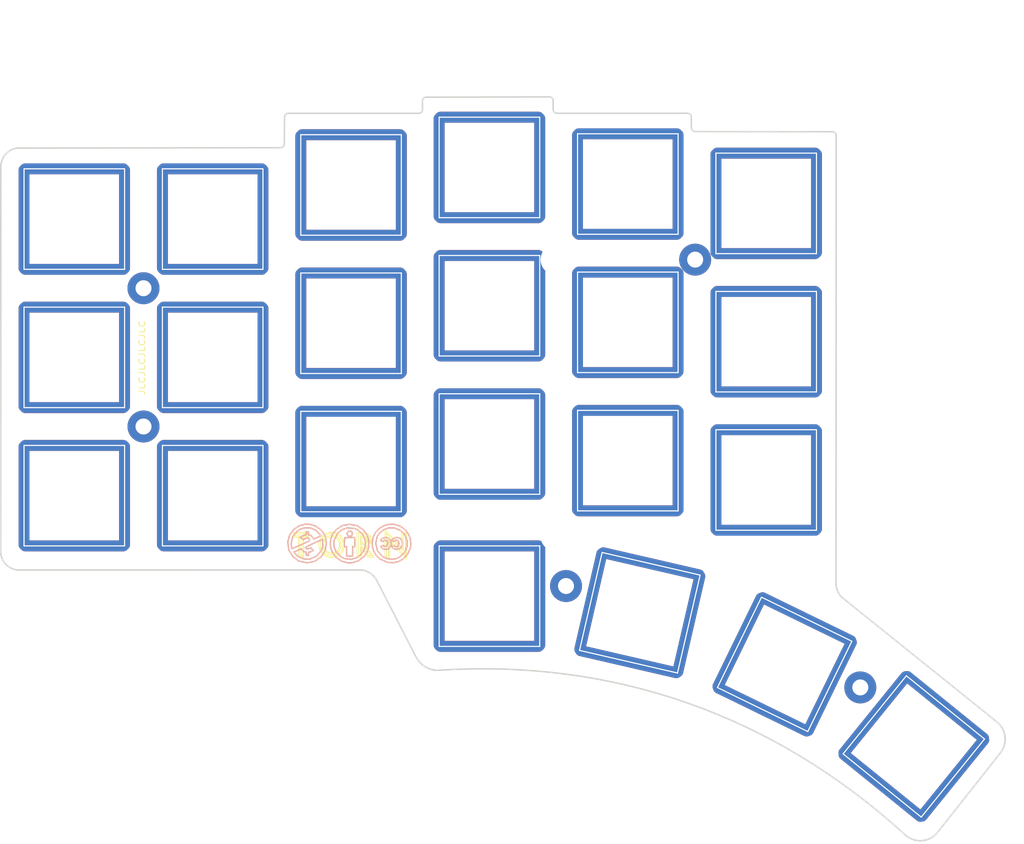
<source format=kicad_pcb>
(kicad_pcb (version 20171130) (host pcbnew "(5.1.6-0-10_14)")
  (title_block (title "Torn Keyboard - PCB Plate") (rev 3.0))
  (layers (0 F.Cu signal) (31 B.Cu signal) (34 B.Paste user) (35 F.Paste user) (36 B.SilkS user) (37 F.SilkS user) (38 B.Mask user) (39 F.Mask user) (44 Edge.Cuts user))
  (net 0 "")
  (module kbd:SW_Hole_TH (layer F.Cu) (at 60.198 80.264)
    (fp_text reference SW2 hide)
    (fp_text value KEY_SWITCH hide)
    (pad "" np_thru_hole oval (at 6.9215 0) (size 1.5 15) (drill oval 0.15 14) (layers *.Cu))
    (pad "" np_thru_hole oval (at -6.9215 0) (size 1.5 15) (drill oval 0.15 14) (layers *.Cu))
    (pad "" np_thru_hole oval (at 0 6.9215 90) (size 1.5 15) (drill oval 0.15 14) (layers *.Cu))
    (pad "" np_thru_hole oval (at 0 -6.9215 90) (size 1.5 15) (drill oval 0.15 14) (layers *.Cu))
  )
  (module kbd:SW_Hole_TH (layer F.Cu) (at 175.768 152.908 141)
    (fp_text reference SW2 hide)
    (fp_text value KEY_SWITCH hide)
    (pad "" np_thru_hole oval (at 6.9215 0 141) (size 1.5 15) (drill oval 0.15 14) (layers *.Cu))
    (pad "" np_thru_hole oval (at -6.9215 0 141) (size 1.5 15) (drill oval 0.15 14) (layers *.Cu))
    (pad "" np_thru_hole oval (at 0 6.9215 231) (size 1.5 15) (drill oval 0.15 14) (layers *.Cu))
    (pad "" np_thru_hole oval (at 0 -6.9215 231) (size 1.5 15) (drill oval 0.15 14) (layers *.Cu))
  )
  (module kbd:SW_Hole_TH (layer F.Cu) (at 157.988 141.605 154)
    (fp_text reference SW2 hide)
    (fp_text value KEY_SWITCH hide)
    (pad "" np_thru_hole oval (at 6.9215 0 154) (size 1.5 15) (drill oval 0.15 14) (layers *.Cu))
    (pad "" np_thru_hole oval (at -6.9215 0 154) (size 1.5 15) (drill oval 0.15 14) (layers *.Cu))
    (pad "" np_thru_hole oval (at 0 6.9215 244) (size 1.5 15) (drill oval 0.15 14) (layers *.Cu))
    (pad "" np_thru_hole oval (at 0 -6.9215 244) (size 1.5 15) (drill oval 0.15 14) (layers *.Cu))
  )
  (module kbd:SW_Hole_TH (layer F.Cu) (at 138.049 134.493 167)
    (fp_text reference SW2 hide)
    (fp_text value KEY_SWITCH hide)
    (pad "" np_thru_hole oval (at 6.9215 0 167) (size 1.5 15) (drill oval 0.15 14) (layers *.Cu))
    (pad "" np_thru_hole oval (at -6.9215 0 167) (size 1.5 15) (drill oval 0.15 14) (layers *.Cu))
    (pad "" np_thru_hole oval (at 0 6.9215 257) (size 1.5 15) (drill oval 0.15 14) (layers *.Cu))
    (pad "" np_thru_hole oval (at 0 -6.9215 257) (size 1.5 15) (drill oval 0.15 14) (layers *.Cu))
  )
  (module kbd:SW_Hole_TH (layer F.Cu) (at 117.348 132.2035)
    (fp_text reference SW2 hide)
    (fp_text value KEY_SWITCH hide)
    (pad "" np_thru_hole oval (at 6.9215 0) (size 1.5 15) (drill oval 0.15 14) (layers *.Cu))
    (pad "" np_thru_hole oval (at -6.9215 0) (size 1.5 15) (drill oval 0.15 14) (layers *.Cu))
    (pad "" np_thru_hole oval (at 0 6.9215 90) (size 1.5 15) (drill oval 0.15 14) (layers *.Cu))
    (pad "" np_thru_hole oval (at 0 -6.9215 90) (size 1.5 15) (drill oval 0.15 14) (layers *.Cu))
  )
  (module kbd:SW_Hole_TH (layer F.Cu) (at 155.448 78.105)
    (fp_text reference SW2 hide)
    (fp_text value KEY_SWITCH hide)
    (pad "" np_thru_hole oval (at 6.9215 0) (size 1.5 15) (drill oval 0.15 14) (layers *.Cu))
    (pad "" np_thru_hole oval (at -6.9215 0) (size 1.5 15) (drill oval 0.15 14) (layers *.Cu))
    (pad "" np_thru_hole oval (at 0 6.9215 90) (size 1.5 15) (drill oval 0.15 14) (layers *.Cu))
    (pad "" np_thru_hole oval (at 0 -6.9215 90) (size 1.5 15) (drill oval 0.15 14) (layers *.Cu))
  )
  (module kbd:SW_Hole_TH (layer F.Cu) (at 155.448 116.205)
    (fp_text reference SW2 hide)
    (fp_text value KEY_SWITCH hide)
    (pad "" np_thru_hole oval (at 6.9215 0) (size 1.5 15) (drill oval 0.15 14) (layers *.Cu))
    (pad "" np_thru_hole oval (at -6.9215 0) (size 1.5 15) (drill oval 0.15 14) (layers *.Cu))
    (pad "" np_thru_hole oval (at 0 6.9215 90) (size 1.5 15) (drill oval 0.15 14) (layers *.Cu))
    (pad "" np_thru_hole oval (at 0 -6.9215 90) (size 1.5 15) (drill oval 0.15 14) (layers *.Cu))
  )
  (module kbd:SW_Hole_TH (layer F.Cu) (at 155.448 97.155)
    (fp_text reference SW2 hide)
    (fp_text value KEY_SWITCH hide)
    (pad "" np_thru_hole oval (at 6.9215 0) (size 1.5 15) (drill oval 0.15 14) (layers *.Cu))
    (pad "" np_thru_hole oval (at -6.9215 0) (size 1.5 15) (drill oval 0.15 14) (layers *.Cu))
    (pad "" np_thru_hole oval (at 0 6.9215 90) (size 1.5 15) (drill oval 0.15 14) (layers *.Cu))
    (pad "" np_thru_hole oval (at 0 -6.9215 90) (size 1.5 15) (drill oval 0.15 14) (layers *.Cu))
  )
  (module kbd:SW_Hole_TH (layer F.Cu) (at 136.398 75.438)
    (fp_text reference SW2 hide)
    (fp_text value KEY_SWITCH hide)
    (pad "" np_thru_hole oval (at 6.9215 0) (size 1.5 15) (drill oval 0.15 14) (layers *.Cu))
    (pad "" np_thru_hole oval (at -6.9215 0) (size 1.5 15) (drill oval 0.15 14) (layers *.Cu))
    (pad "" np_thru_hole oval (at 0 6.9215 90) (size 1.5 15) (drill oval 0.15 14) (layers *.Cu))
    (pad "" np_thru_hole oval (at 0 -6.9215 90) (size 1.5 15) (drill oval 0.15 14) (layers *.Cu))
  )
  (module kbd:SW_Hole_TH (layer F.Cu) (at 136.398 113.538)
    (fp_text reference SW2 hide)
    (fp_text value KEY_SWITCH hide)
    (pad "" np_thru_hole oval (at 6.9215 0) (size 1.5 15) (drill oval 0.15 14) (layers *.Cu))
    (pad "" np_thru_hole oval (at -6.9215 0) (size 1.5 15) (drill oval 0.15 14) (layers *.Cu))
    (pad "" np_thru_hole oval (at 0 6.9215 90) (size 1.5 15) (drill oval 0.15 14) (layers *.Cu))
    (pad "" np_thru_hole oval (at 0 -6.9215 90) (size 1.5 15) (drill oval 0.15 14) (layers *.Cu))
  )
  (module kbd:SW_Hole_TH (layer F.Cu) (at 136.398 94.488)
    (fp_text reference SW2 hide)
    (fp_text value KEY_SWITCH hide)
    (pad "" np_thru_hole oval (at 6.9215 0) (size 1.5 15) (drill oval 0.15 14) (layers *.Cu))
    (pad "" np_thru_hole oval (at -6.9215 0) (size 1.5 15) (drill oval 0.15 14) (layers *.Cu))
    (pad "" np_thru_hole oval (at 0 6.9215 90) (size 1.5 15) (drill oval 0.15 14) (layers *.Cu))
    (pad "" np_thru_hole oval (at 0 -6.9215 90) (size 1.5 15) (drill oval 0.15 14) (layers *.Cu))
  )
  (module kbd:SW_Hole_TH (layer F.Cu) (at 117.348 73.152)
    (fp_text reference SW2 hide)
    (fp_text value KEY_SWITCH hide)
    (pad "" np_thru_hole oval (at 6.9215 0) (size 1.5 15) (drill oval 0.15 14) (layers *.Cu))
    (pad "" np_thru_hole oval (at -6.9215 0) (size 1.5 15) (drill oval 0.15 14) (layers *.Cu))
    (pad "" np_thru_hole oval (at 0 6.9215 90) (size 1.5 15) (drill oval 0.15 14) (layers *.Cu))
    (pad "" np_thru_hole oval (at 0 -6.9215 90) (size 1.5 15) (drill oval 0.15 14) (layers *.Cu))
  )
  (module kbd:SW_Hole_TH (layer F.Cu) (at 117.348 111.252)
    (fp_text reference SW2 hide)
    (fp_text value KEY_SWITCH hide)
    (pad "" np_thru_hole oval (at 6.9215 0) (size 1.5 15) (drill oval 0.15 14) (layers *.Cu))
    (pad "" np_thru_hole oval (at -6.9215 0) (size 1.5 15) (drill oval 0.15 14) (layers *.Cu))
    (pad "" np_thru_hole oval (at 0 6.9215 90) (size 1.5 15) (drill oval 0.15 14) (layers *.Cu))
    (pad "" np_thru_hole oval (at 0 -6.9215 90) (size 1.5 15) (drill oval 0.15 14) (layers *.Cu))
  )
  (module kbd:SW_Hole_TH (layer F.Cu) (at 117.348 92.202)
    (fp_text reference SW2 hide)
    (fp_text value KEY_SWITCH hide)
    (pad "" np_thru_hole oval (at 6.9215 0) (size 1.5 15) (drill oval 0.15 14) (layers *.Cu))
    (pad "" np_thru_hole oval (at -6.9215 0) (size 1.5 15) (drill oval 0.15 14) (layers *.Cu))
    (pad "" np_thru_hole oval (at 0 6.9215 90) (size 1.5 15) (drill oval 0.15 14) (layers *.Cu))
    (pad "" np_thru_hole oval (at 0 -6.9215 90) (size 1.5 15) (drill oval 0.15 14) (layers *.Cu))
  )
  (module kbd:SW_Hole_TH (layer F.Cu) (at 98.298 75.565)
    (fp_text reference SW2 hide)
    (fp_text value KEY_SWITCH hide)
    (pad "" np_thru_hole oval (at 6.9215 0) (size 1.5 15) (drill oval 0.15 14) (layers *.Cu))
    (pad "" np_thru_hole oval (at -6.9215 0) (size 1.5 15) (drill oval 0.15 14) (layers *.Cu))
    (pad "" np_thru_hole oval (at 0 6.9215 90) (size 1.5 15) (drill oval 0.15 14) (layers *.Cu))
    (pad "" np_thru_hole oval (at 0 -6.9215 90) (size 1.5 15) (drill oval 0.15 14) (layers *.Cu))
  )
  (module kbd:SW_Hole_TH (layer F.Cu) (at 98.298 113.665)
    (fp_text reference SW2 hide)
    (fp_text value KEY_SWITCH hide)
    (pad "" np_thru_hole oval (at 6.9215 0) (size 1.5 15) (drill oval 0.15 14) (layers *.Cu))
    (pad "" np_thru_hole oval (at -6.9215 0) (size 1.5 15) (drill oval 0.15 14) (layers *.Cu))
    (pad "" np_thru_hole oval (at 0 6.9215 90) (size 1.5 15) (drill oval 0.15 14) (layers *.Cu))
    (pad "" np_thru_hole oval (at 0 -6.9215 90) (size 1.5 15) (drill oval 0.15 14) (layers *.Cu))
  )
  (module kbd:SW_Hole_TH (layer B.Cu) (at 98.298 94.615)
    (fp_text reference SW2 hide)
    (fp_text value KEY_SWITCH hide)
    (pad "" np_thru_hole oval (at 6.9215 0) (size 1.5 15) (drill oval 0.15 14) (layers *.Cu))
    (pad "" np_thru_hole oval (at -6.9215 0) (size 1.5 15) (drill oval 0.15 14) (layers *.Cu))
    (pad "" np_thru_hole oval (at 0 -6.9215 270) (size 1.5 15) (drill oval 0.15 14) (layers *.Cu))
    (pad "" np_thru_hole oval (at 0 6.9215 270) (size 1.5 15) (drill oval 0.15 14) (layers *.Cu))
  )
  (module kbd:SW_Hole_TH (layer F.Cu) (at 79.248 118.364)
    (fp_text reference SW2 hide)
    (fp_text value KEY_SWITCH hide)
    (pad "" np_thru_hole oval (at 6.9215 0) (size 1.5 15) (drill oval 0.15 14) (layers *.Cu))
    (pad "" np_thru_hole oval (at -6.9215 0) (size 1.5 15) (drill oval 0.15 14) (layers *.Cu))
    (pad "" np_thru_hole oval (at 0 6.9215 90) (size 1.5 15) (drill oval 0.15 14) (layers *.Cu))
    (pad "" np_thru_hole oval (at 0 -6.9215 90) (size 1.5 15) (drill oval 0.15 14) (layers *.Cu))
  )
  (module kbd:SW_Hole_TH (layer F.Cu) (at 60.198 118.364)
    (fp_text reference SW2 hide)
    (fp_text value KEY_SWITCH hide)
    (pad "" np_thru_hole oval (at 6.9215 0) (size 1.5 15) (drill oval 0.15 14) (layers *.Cu))
    (pad "" np_thru_hole oval (at -6.9215 0) (size 1.5 15) (drill oval 0.15 14) (layers *.Cu))
    (pad "" np_thru_hole oval (at 0 6.9215 90) (size 1.5 15) (drill oval 0.15 14) (layers *.Cu))
    (pad "" np_thru_hole oval (at 0 -6.9215 90) (size 1.5 15) (drill oval 0.15 14) (layers *.Cu))
  )
  (module kbd:SW_Hole_TH (layer F.Cu) (at 79.248 99.314)
    (fp_text reference SW2 hide)
    (fp_text value KEY_SWITCH hide)
    (pad "" np_thru_hole oval (at 6.9215 0) (size 1.5 15) (drill oval 0.15 14) (layers *.Cu))
    (pad "" np_thru_hole oval (at -6.9215 0) (size 1.5 15) (drill oval 0.15 14) (layers *.Cu))
    (pad "" np_thru_hole oval (at 0 6.9215 90) (size 1.5 15) (drill oval 0.15 14) (layers *.Cu))
    (pad "" np_thru_hole oval (at 0 -6.9215 90) (size 1.5 15) (drill oval 0.15 14) (layers *.Cu))
  )
  (module kbd:SW_Hole_TH (layer F.Cu) (at 60.198 99.314)
    (fp_text reference SW2 hide)
    (fp_text value KEY_SWITCH hide)
    (pad "" np_thru_hole oval (at 6.9215 0) (size 1.5 15) (drill oval 0.15 14) (layers *.Cu))
    (pad "" np_thru_hole oval (at -6.9215 0) (size 1.5 15) (drill oval 0.15 14) (layers *.Cu))
    (pad "" np_thru_hole oval (at 0 6.9215 90) (size 1.5 15) (drill oval 0.15 14) (layers *.Cu))
    (pad "" np_thru_hole oval (at 0 -6.9215 90) (size 1.5 15) (drill oval 0.15 14) (layers *.Cu))
  )
  (module kbd:SW_Hole_TH (layer F.Cu) (at 79.248 80.264)
    (fp_text reference SW2 hide)
    (fp_text value KEY_SWITCH hide)
    (pad "" np_thru_hole oval (at 6.9215 0) (size 1.5 15) (drill oval 0.15 14) (layers *.Cu))
    (pad "" np_thru_hole oval (at -6.9215 0) (size 1.5 15) (drill oval 0.15 14) (layers *.Cu))
    (pad "" np_thru_hole oval (at 0 6.9215 90) (size 1.5 15) (drill oval 0.15 14) (layers *.Cu))
    (pad "" np_thru_hole oval (at 0 -6.9215 90) (size 1.5 15) (drill oval 0.15 14) (layers *.Cu))
  )
  (module MountingHole:MountingHole_4.3mm_M4 (layer F.Cu) (at 107.442 104.9655)
    (fp_text reference REF** hide)
    (fp_text value MountingHole_4.3mm_M4)
    (pad "" np_thru_hole circle (at 0 0) (size 4.2 4.2) (drill 4.2) (layers *.Cu *.Mask))
  )
  (module MountingHole:MountingHole_4.3mm_M4 (layer F.Cu) (at 126.492 123.952)
    (fp_text reference REF** hide)
    (fp_text value MountingHole_4.3mm_M4)
    (pad "" np_thru_hole circle (at 0 0) (size 4.2 4.2) (drill 4.2) (layers *.Cu *.Mask))
  )
  (module MountingHole:MountingHole_4.3mm_M4 (layer F.Cu) (at 126.492 85.852)
    (fp_text reference REF** hide)
    (fp_text value MountingHole_4.3mm_M4)
    (pad "" np_thru_hole circle (at 0 0) (size 4.2 4.2) (drill 4.2) (layers *.Cu *.Mask))
  )
  (module MountingHole:MountingHole_4.3mm_M4 (layer F.Cu) (at 145.6055 104.902)
    (fp_text reference REF** hide)
    (fp_text value MountingHole_4.3mm_M4)
    (pad "" np_thru_hole circle (at 0 0) (size 4.2 4.2) (drill 4.2) (layers *.Cu *.Mask))
  )
  (module footprints:MountingHole_2.2mm_M2_Pad (layer B.Cu) (at 69.723 89.789 180)
    (fp_text reference H10)
    (fp_text value M2)
    (pad 1 thru_hole circle (at 0 0 180) (size 4.4 4.4) (drill 2.2) (layers *.Cu *.Mask))
  )
  (module footprints:MountingHole_2.2mm_M2_Pad (layer B.Cu) (at 145.669 85.852 180)
    (fp_text reference H7)
    (fp_text value M2)
    (pad 1 thru_hole circle (at 0 0 180) (size 4.4 4.4) (drill 2.2) (layers *.Cu *.Mask))
  )
  (module footprints:MountingHole_2.2mm_M2_Pad (layer B.Cu) (at 127.889 130.81 180)
    (fp_text reference H6)
    (fp_text value M2)
    (pad 1 thru_hole circle (at 0 0 180) (size 4.4 4.4) (drill 2.2) (layers *.Cu *.Mask))
  )
  (module footprints:MountingHole_2.2mm_M2_Pad (layer B.Cu) (at 168.402 144.78 180)
    (fp_text reference H4)
    (fp_text value M2)
    (pad 1 thru_hole circle (at 0 0 180) (size 4.4 4.4) (drill 2.2) (layers *.Cu *.Mask))
  )
  (module footprints:MountingHole_2.2mm_M2_Pad (layer B.Cu) (at 69.723 108.839 180)
    (fp_text reference H3)
    (fp_text value M2)
    (pad 1 thru_hole circle (at 0 0 180) (size 4.4 4.4) (drill 2.2) (layers *.Cu *.Mask))
  )
  (gr_line (start 91.99457 122.28969) (end 91.123169 122.523486) (layer B.SilkS) (width 0.2))
  (gr_line (start 91.123169 122.523486) (end 90.40344 123.02996) (layer B.SilkS) (width 0.2))
  (gr_line (start 90.40344 123.02996) (end 89.825314 123.814145) (layer B.SilkS) (width 0.2))
  (gr_line (start 89.825314 123.814145) (end 89.58462 124.73198) (layer B.SilkS) (width 0.2))
  (gr_line (start 89.58462 124.73198) (end 89.728009 125.853745) (layer B.SilkS) (width 0.2))
  (gr_line (start 89.728009 125.853745) (end 90.31731 126.79617) (layer B.SilkS) (width 0.2))
  (gr_line (start 90.31731 126.79617) (end 91.11132 127.37125) (layer B.SilkS) (width 0.2))
  (gr_line (start 91.11132 127.37125) (end 92.2403 127.60928) (layer B.SilkS) (width 0.2))
  (gr_line (start 92.2403 127.60928) (end 93.302786 127.40767) (layer B.SilkS) (width 0.2))
  (gr_line (start 93.302786 127.40767) (end 94.18105 126.79284) (layer B.SilkS) (width 0.2))
  (gr_line (start 94.18105 126.79284) (end 94.73635 125.92675) (layer B.SilkS) (width 0.2))
  (gr_line (start 94.73635 125.92675) (end 94.89773 124.86636) (layer B.SilkS) (width 0.2))
  (gr_line (start 94.89773 124.86636) (end 94.76535 124.05097) (layer B.SilkS) (width 0.2))
  (gr_line (start 94.76535 124.05097) (end 94.512627 123.516774) (layer B.SilkS) (width 0.2))
  (gr_line (start 94.512627 123.516774) (end 94.12855 123.05844) (layer B.SilkS) (width 0.2))
  (gr_line (start 94.12855 123.05844) (end 93.388726 122.534679) (layer B.SilkS) (width 0.2))
  (gr_line (start 93.388726 122.534679) (end 92.54163 122.2954) (layer B.SilkS) (width 0.2))
  (gr_line (start 92.54163 122.2954) (end 91.99457 122.2904) (layer B.SilkS) (width 0.2))
  (gr_line (start 91.99457 122.2904) (end 91.99457 122.28969) (layer B.SilkS) (width 0.2))
  (gr_line (start 92.7018 122.81561) (end 93.48613 123.15617) (layer B.SilkS) (width 0.2))
  (gr_line (start 93.48613 123.15617) (end 94.15016 123.87645) (layer B.SilkS) (width 0.2))
  (gr_line (start 94.15016 123.87645) (end 93.88052 124.01929) (layer B.SilkS) (width 0.2))
  (gr_line (start 93.88052 124.01929) (end 93.3876 124.23801) (layer B.SilkS) (width 0.2))
  (gr_line (start 93.3876 124.23801) (end 93.16615 124.33641) (layer B.SilkS) (width 0.2))
  (gr_line (start 93.16615 124.33641) (end 93.14925 124.28011) (layer B.SilkS) (width 0.2))
  (gr_line (start 93.14925 124.28011) (end 92.75545 123.83255) (layer B.SilkS) (width 0.2))
  (gr_line (start 92.75545 123.83255) (end 92.46246 123.74365) (layer B.SilkS) (width 0.2))
  (gr_line (start 92.46246 123.74365) (end 92.43036 123.5373) (layer B.SilkS) (width 0.2))
  (gr_line (start 92.43036 123.5373) (end 92.43036 123.33756) (layer B.SilkS) (width 0.2))
  (gr_line (start 92.43036 123.33756) (end 92.2732 123.33756) (layer B.SilkS) (width 0.2))
  (gr_line (start 92.2732 123.33756) (end 92.11603 123.33756) (layer B.SilkS) (width 0.2))
  (gr_line (start 92.11603 123.33756) (end 92.11603 123.53655) (layer B.SilkS) (width 0.2))
  (gr_line (start 92.11603 123.53655) (end 92.11603 123.73555) (layer B.SilkS) (width 0.2))
  (gr_line (start 92.11603 123.73555) (end 92.03383 123.74455) (layer B.SilkS) (width 0.2))
  (gr_line (start 92.03383 123.74455) (end 91.3516 124.02904) (layer B.SilkS) (width 0.2))
  (gr_line (start 91.3516 124.02904) (end 91.3088 124.06434) (layer B.SilkS) (width 0.2))
  (gr_line (start 91.3088 124.06434) (end 91.49304 124.24961) (layer B.SilkS) (width 0.2))
  (gr_line (start 91.49304 124.24961) (end 91.67727 124.43488) (layer B.SilkS) (width 0.2))
  (gr_line (start 91.67727 124.43488) (end 91.74947 124.37778) (layer B.SilkS) (width 0.2))
  (gr_line (start 91.74947 124.37778) (end 92.26914 124.19457) (layer B.SilkS) (width 0.2))
  (gr_line (start 92.26914 124.19457) (end 92.45923 124.23387) (layer B.SilkS) (width 0.2))
  (gr_line (start 92.45923 124.23387) (end 92.5982 124.4337) (layer B.SilkS) (width 0.2))
  (gr_line (start 92.5982 124.4337) (end 92.46441 124.65038) (layer B.SilkS) (width 0.2))
  (gr_line (start 92.46441 124.65038) (end 90.70954 125.42946) (layer B.SilkS) (width 0.2))
  (gr_line (start 90.70954 125.42946) (end 90.17085 125.6485) (layer B.SilkS) (width 0.2))
  (gr_line (start 90.17085 125.6485) (end 90.080251 125.27265) (layer B.SilkS) (width 0.2))
  (gr_line (start 90.080251 125.27265) (end 90.05875 124.95365) (layer B.SilkS) (width 0.2))
  (gr_line (start 90.05875 124.95365) (end 90.255266 124.047749) (layer B.SilkS) (width 0.2))
  (gr_line (start 90.255266 124.047749) (end 90.84103 123.2955) (layer B.SilkS) (width 0.2))
  (gr_line (start 90.84103 123.2955) (end 91.32088 122.979739) (layer B.SilkS) (width 0.2))
  (gr_line (start 91.32088 122.979739) (end 91.87318 122.8014) (layer B.SilkS) (width 0.2))
  (gr_line (start 91.87318 122.8014) (end 92.70185 122.8153) (layer B.SilkS) (width 0.2))
  (gr_line (start 92.70185 122.8153) (end 92.7018 122.81561) (layer B.SilkS) (width 0.2))
  (gr_line (start 94.39689 124.53775) (end 94.39725 125.35928) (layer B.SilkS) (width 0.2))
  (gr_line (start 94.39725 125.35928) (end 94.21598 125.9022) (layer B.SilkS) (width 0.2))
  (gr_line (start 94.21598 125.9022) (end 93.559465 126.698563) (layer B.SilkS) (width 0.2))
  (gr_line (start 93.559465 126.698563) (end 92.61612 127.10524) (layer B.SilkS) (width 0.2))
  (gr_line (start 92.61612 127.10524) (end 91.86585 127.10324) (layer B.SilkS) (width 0.2))
  (gr_line (start 91.86585 127.10324) (end 90.95145 126.71073) (layer B.SilkS) (width 0.2))
  (gr_line (start 90.95145 126.71073) (end 90.42654 126.13634) (layer B.SilkS) (width 0.2))
  (gr_line (start 90.42654 126.13634) (end 91.42811 125.69515) (layer B.SilkS) (width 0.2))
  (gr_line (start 91.42811 125.69515) (end 91.46441 125.76125) (layer B.SilkS) (width 0.2))
  (gr_line (start 91.46441 125.76125) (end 91.75512 126.05645) (layer B.SilkS) (width 0.2))
  (gr_line (start 91.75512 126.05645) (end 92.07154 126.15235) (layer B.SilkS) (width 0.2))
  (gr_line (start 92.07154 126.15235) (end 92.11594 126.15235) (layer B.SilkS) (width 0.2))
  (gr_line (start 92.11594 126.15235) (end 92.11594 126.35952) (layer B.SilkS) (width 0.2))
  (gr_line (start 92.11594 126.35952) (end 92.11594 126.56669) (layer B.SilkS) (width 0.2))
  (gr_line (start 92.11594 126.56669) (end 92.27271 126.56669) (layer B.SilkS) (width 0.2))
  (gr_line (start 92.27271 126.56669) (end 92.42948 126.56669) (layer B.SilkS) (width 0.2))
  (gr_line (start 92.42948 126.56669) (end 92.43348 126.36368) (layer B.SilkS) (width 0.2))
  (gr_line (start 92.43348 126.36368) (end 92.43748 126.16068) (layer B.SilkS) (width 0.2))
  (gr_line (start 92.43748 126.16068) (end 92.54709 126.14378) (layer B.SilkS) (width 0.2))
  (gr_line (start 92.54709 126.14378) (end 92.73284 126.10188) (layer B.SilkS) (width 0.2))
  (gr_line (start 92.73284 126.10188) (end 93.08756 125.90849) (layer B.SilkS) (width 0.2))
  (gr_line (start 93.08756 125.90849) (end 92.92153 125.72617) (layer B.SilkS) (width 0.2))
  (gr_line (start 92.92153 125.72617) (end 92.75549 125.55534) (layer B.SilkS) (width 0.2))
  (gr_line (start 92.75549 125.55534) (end 92.65364 125.60984) (layer B.SilkS) (width 0.2))
  (gr_line (start 92.65364 125.60984) (end 92.26825 125.70714) (layer B.SilkS) (width 0.2))
  (gr_line (start 92.26825 125.70714) (end 91.97336 125.5137) (layer B.SilkS) (width 0.2))
  (gr_line (start 91.97336 125.5137) (end 92.90898 125.02694) (layer B.SilkS) (width 0.2))
  (gr_line (start 92.90898 125.02694) (end 93.64478 124.70061) (layer B.SilkS) (width 0.2))
  (gr_line (start 93.64478 124.70061) (end 94.03768 124.52584) (layer B.SilkS) (width 0.2))
  (gr_line (start 94.03768 124.52584) (end 94.36178 124.393) (layer B.SilkS) (width 0.2))
  (gr_line (start 94.36178 124.393) (end 94.39688 124.53787) (layer B.SilkS) (width 0.2))
  (gr_line (start 94.39688 124.53787) (end 94.39689 124.53775) (layer B.SilkS) (width 0.2))
  (gr_line (start 97.937 123.96408) (end 97.93704 123.96413) (layer B.SilkS) (width 0.2))
  (gr_line (start 98.370391 123.89778) (end 97.937 123.96408) (layer B.SilkS) (width 0.2))
  (gr_line (start 98.46519 123.65141) (end 98.370391 123.89778) (layer B.SilkS) (width 0.2))
  (gr_line (start 98.42032 123.399065) (end 98.46519 123.65141) (layer B.SilkS) (width 0.2))
  (gr_line (start 98.26001 123.26153) (end 98.42032 123.399065) (layer B.SilkS) (width 0.2))
  (gr_line (start 97.935411 123.26153) (end 98.26001 123.26153) (layer B.SilkS) (width 0.2))
  (gr_line (start 97.726231 123.61549) (end 97.935411 123.26153) (layer B.SilkS) (width 0.2))
  (gr_line (start 97.93704 123.96413) (end 97.726231 123.61549) (layer B.SilkS) (width 0.2))
  (gr_line (start 97.6831 126.68738) (end 97.68337 126.03722) (layer B.SilkS) (width 0.2))
  (gr_line (start 98.09744 126.68738) (end 97.6831 126.68738) (layer B.SilkS) (width 0.2))
  (gr_line (start 98.511781 126.68738) (end 98.09744 126.68738) (layer B.SilkS) (width 0.2))
  (gr_line (start 98.511781 126.03731) (end 98.511781 126.68738) (layer B.SilkS) (width 0.2))
  (gr_line (start 98.511781 125.38723) (end 98.511781 126.03731) (layer B.SilkS) (width 0.2))
  (gr_line (start 98.66894 125.38723) (end 98.511781 125.38723) (layer B.SilkS) (width 0.2))
  (gr_line (start 98.8261 125.38723) (end 98.66894 125.38723) (layer B.SilkS) (width 0.2))
  (gr_line (start 98.82538 124.84073) (end 98.8261 125.38723) (layer B.SilkS) (width 0.2))
  (gr_line (start 98.80758 124.24472) (end 98.82538 124.84073) (layer B.SilkS) (width 0.2))
  (gr_line (start 98.741981 124.16252) (end 98.80758 124.24472) (layer B.SilkS) (width 0.2))
  (gr_line (start 98.69348 124.12982) (end 98.741981 124.16252) (layer B.SilkS) (width 0.2))
  (gr_line (start 98.090301 124.12982) (end 98.69348 124.12982) (layer B.SilkS) (width 0.2))
  (gr_line (start 97.447751 124.16082) (end 98.090301 124.12982) (layer B.SilkS) (width 0.2))
  (gr_line (start 97.369051 124.83661) (end 97.447751 124.16082) (layer B.SilkS) (width 0.2))
  (gr_line (start 97.369051 125.38714) (end 97.369051 124.83661) (layer B.SilkS) (width 0.2))
  (gr_line (start 97.52621 125.38714) (end 97.369051 125.38714) (layer B.SilkS) (width 0.2))
  (gr_line (start 97.68337 125.38714) (end 97.52621 125.38714) (layer B.SilkS) (width 0.2))
  (gr_line (start 97.68337 126.03722) (end 97.68337 125.38714) (layer B.SilkS) (width 0.2))
  (gr_line (start 98.32815 127.12984) (end 98.32837 127.12985) (layer B.SilkS) (width 0.2))
  (gr_line (start 97.44216 127.04234) (end 98.32815 127.12984) (layer B.SilkS) (width 0.2))
  (gr_line (start 96.8877 126.77006) (end 97.44216 127.04234) (layer B.SilkS) (width 0.2))
  (gr_line (start 96.21116 126.05667) (end 96.8877 126.77006) (layer B.SilkS) (width 0.2))
  (gr_line (start 95.94457 125.36392) (end 96.21116 126.05667) (layer B.SilkS) (width 0.2))
  (gr_line (start 95.95157 124.53555) (end 95.94457 125.36392) (layer B.SilkS) (width 0.2))
  (gr_line (start 96.45266 123.54) (end 95.95157 124.53555) (layer B.SilkS) (width 0.2))
  (gr_line (start 97.058188 123.043915) (end 96.45266 123.54) (layer B.SilkS) (width 0.2))
  (gr_line (start 97.78799 122.80208) (end 97.058188 123.043915) (layer B.SilkS) (width 0.2))
  (gr_line (start 98.76951 122.88018) (end 97.78799 122.80208) (layer B.SilkS) (width 0.2))
  (gr_line (start 99.296351 123.12944) (end 98.76951 122.88018) (layer B.SilkS) (width 0.2))
  (gr_line (start 99.908891 123.72738) (end 99.296351 123.12944) (layer B.SilkS) (width 0.2))
  (gr_line (start 100.25088 124.55132) (end 99.908891 123.72738) (layer B.SilkS) (width 0.2))
  (gr_line (start 100.25055 125.38) (end 100.25088 124.55132) (layer B.SilkS) (width 0.2))
  (gr_line (start 100.05701 125.94776) (end 100.25055 125.38) (layer B.SilkS) (width 0.2))
  (gr_line (start 99.64861 126.49312) (end 100.05701 125.94776) (layer B.SilkS) (width 0.2))
  (gr_line (start 99.031754 126.932404) (end 99.64861 126.49312) (layer B.SilkS) (width 0.2))
  (gr_line (start 98.32837 127.12985) (end 99.031754 126.932404) (layer B.SilkS) (width 0.2))
  (gr_line (start 97.84745 127.6202) (end 97.84768 127.62091) (layer B.SilkS) (width 0.2))
  (gr_line (start 98.39451 127.6152) (end 97.84745 127.6202) (layer B.SilkS) (width 0.2))
  (gr_line (start 99.289386 127.35157) (end 98.39451 127.6152) (layer B.SilkS) (width 0.2))
  (gr_line (start 100.06313 126.7712) (end 99.289386 127.35157) (layer B.SilkS) (width 0.2))
  (gr_line (start 100.496027 126.16464) (end 100.06313 126.7712) (layer B.SilkS) (width 0.2))
  (gr_line (start 100.72629 125.45359) (end 100.496027 126.16464) (layer B.SilkS) (width 0.2))
  (gr_line (start 100.734291 124.5156) (end 100.72629 125.45359) (layer B.SilkS) (width 0.2))
  (gr_line (start 100.499435 123.771841) (end 100.734291 124.5156) (layer B.SilkS) (width 0.2))
  (gr_line (start 100.04798 123.13216) (end 100.499435 123.771841) (layer B.SilkS) (width 0.2))
  (gr_line (start 99.15993 122.503973) (end 100.04798 123.13216) (layer B.SilkS) (width 0.2))
  (gr_line (start 98.09341 122.30132) (end 99.15993 122.503973) (layer B.SilkS) (width 0.2))
  (gr_line (start 97.06693 122.493099) (end 98.09341 122.30132) (layer B.SilkS) (width 0.2))
  (gr_line (start 96.20616 123.08021) (end 97.06693 122.493099) (layer B.SilkS) (width 0.2))
  (gr_line (start 95.747476 123.689451) (end 96.20616 123.08021) (layer B.SilkS) (width 0.2))
  (gr_line (start 95.48047 124.4013) (end 95.747476 123.689451) (layer B.SilkS) (width 0.2))
  (gr_line (start 95.44757 124.96566) (end 95.48047 124.4013) (layer B.SilkS) (width 0.2))
  (gr_line (start 95.48817 125.55122) (end 95.44757 124.96566) (layer B.SilkS) (width 0.2))
  (gr_line (start 95.764986 126.263455) (end 95.48817 125.55122) (layer B.SilkS) (width 0.2))
  (gr_line (start 96.2495 126.8733) (end 95.764986 126.263455) (layer B.SilkS) (width 0.2))
  (gr_line (start 96.993331 127.39226) (end 96.2495 126.8733) (layer B.SilkS) (width 0.2))
  (gr_line (start 97.84768 127.62091) (end 96.993331 127.39226) (layer B.SilkS) (width 0.2))
  (gr_line (start 103.27526 124.1453) (end 103.27529 124.14525) (layer B.SilkS) (width 0.2))
  (gr_line (start 102.86475 124.146251) (end 103.27526 124.1453) (layer B.SilkS) (width 0.2))
  (gr_line (start 102.53263 124.31572) (end 102.86475 124.146251) (layer B.SilkS) (width 0.2))
  (gr_line (start 102.35746 124.53286) (end 102.53263 124.31572) (layer B.SilkS) (width 0.2))
  (gr_line (start 102.51962 124.62626) (end 102.35746 124.53286) (layer B.SilkS) (width 0.2))
  (gr_line (start 102.68178 124.70696) (end 102.51962 124.62626) (layer B.SilkS) (width 0.2))
  (gr_line (start 102.73038 124.63306) (end 102.68178 124.70696) (layer B.SilkS) (width 0.2))
  (gr_line (start 102.976467 124.481341) (end 102.73038 124.63306) (layer B.SilkS) (width 0.2))
  (gr_line (start 103.24477 124.57986) (end 102.976467 124.481341) (layer B.SilkS) (width 0.2))
  (gr_line (start 103.36699 124.88824) (end 103.24477 124.57986) (layer B.SilkS) (width 0.2))
  (gr_line (start 103.1957 125.37234) (end 103.36699 124.88824) (layer B.SilkS) (width 0.2))
  (gr_line (start 102.78695 125.31334) (end 103.1957 125.37234) (layer B.SilkS) (width 0.2))
  (gr_line (start 102.73155 125.24024) (end 102.78695 125.31334) (layer B.SilkS) (width 0.2))
  (gr_line (start 102.70675 125.20684) (end 102.73155 125.24024) (layer B.SilkS) (width 0.2))
  (gr_line (start 102.54999 125.28834) (end 102.70675 125.20684) (layer B.SilkS) (width 0.2))
  (gr_line (start 102.3794 125.38264) (end 102.54999 125.28834) (layer B.SilkS) (width 0.2))
  (gr_line (start 102.67869 125.7038) (end 102.3794 125.38264) (layer B.SilkS) (width 0.2))
  (gr_line (start 103.05277 125.7802) (end 102.67869 125.7038) (layer B.SilkS) (width 0.2))
  (gr_line (start 103.44167 125.6933) (end 103.05277 125.7802) (layer B.SilkS) (width 0.2))
  (gr_line (start 103.82144 125.1935) (end 103.44167 125.6933) (layer B.SilkS) (width 0.2))
  (gr_line (start 103.84294 124.94494) (end 103.82144 125.1935) (layer B.SilkS) (width 0.2))
  (gr_line (start 103.74854 124.50727) (end 103.84294 124.94494) (layer B.SilkS) (width 0.2))
  (gr_line (start 103.27529 124.14525) (end 103.74854 124.50727) (layer B.SilkS) (width 0.2))
  (gr_line (start 104.81663 124.14552) (end 104.81665 124.14493) (layer B.SilkS) (width 0.2))
  (gr_line (start 104.4045 124.14352) (end 104.81663 124.14552) (layer B.SilkS) (width 0.2))
  (gr_line (start 104.07439 124.31754) (end 104.4045 124.14352) (layer B.SilkS) (width 0.2))
  (gr_line (start 103.90054 124.53326) (end 104.07439 124.31754) (layer B.SilkS) (width 0.2))
  (gr_line (start 104.21003 124.69494) (end 103.90054 124.53326) (layer B.SilkS) (width 0.2))
  (gr_line (start 104.26243 124.63894) (end 104.21003 124.69494) (layer B.SilkS) (width 0.2))
  (gr_line (start 104.511869 124.481872) (end 104.26243 124.63894) (layer B.SilkS) (width 0.2))
  (gr_line (start 104.78065 124.57154) (end 104.511869 124.481872) (layer B.SilkS) (width 0.2))
  (gr_line (start 104.90471 124.95208) (end 104.78065 124.57154) (layer B.SilkS) (width 0.2))
  (gr_line (start 104.71693 125.38353) (end 104.90471 124.95208) (layer B.SilkS) (width 0.2))
  (gr_line (start 104.488324 125.406911) (end 104.71693 125.38353) (layer B.SilkS) (width 0.2))
  (gr_line (start 104.30051 125.2734) (end 104.488324 125.406911) (layer B.SilkS) (width 0.2))
  (gr_line (start 104.21671 125.2273) (end 104.30051 125.2734) (layer B.SilkS) (width 0.2))
  (gr_line (start 103.90063 125.39713) (end 104.21671 125.2273) (layer B.SilkS) (width 0.2))
  (gr_line (start 104.09748 125.62223) (end 103.90063 125.39713) (layer B.SilkS) (width 0.2))
  (gr_line (start 104.47181 125.76875) (end 104.09748 125.62223) (layer B.SilkS) (width 0.2))
  (gr_line (start 105.003835 125.681586) (end 104.47181 125.76875) (layer B.SilkS) (width 0.2))
  (gr_line (start 105.33975 125.28609) (end 105.003835 125.681586) (layer B.SilkS) (width 0.2))
  (gr_line (start 105.37885 124.95208) (end 105.33975 125.28609) (layer B.SilkS) (width 0.2))
  (gr_line (start 105.34565 124.62346) (end 105.37885 124.95208) (layer B.SilkS) (width 0.2))
  (gr_line (start 105.138067 124.307402) (end 105.34565 124.62346) (layer B.SilkS) (width 0.2))
  (gr_line (start 104.81665 124.14493) (end 105.138067 124.307402) (layer B.SilkS) (width 0.2))
  (gr_line (start 103.47909 122.80922) (end 103.47909 122.8096) (layer B.SilkS) (width 0.2))
  (gr_line (start 104.24345 122.80422) (end 103.47909 122.80922) (layer B.SilkS) (width 0.2))
  (gr_line (start 105.11588 123.16823) (end 104.24345 122.80422) (layer B.SilkS) (width 0.2))
  (gr_line (start 105.6633 123.71324) (end 105.11588 123.16823) (layer B.SilkS) (width 0.2))
  (gr_line (start 106.02442 124.57352) (end 105.6633 123.71324) (layer B.SilkS) (width 0.2))
  (gr_line (start 106.02448 125.33024) (end 106.02442 124.57352) (layer B.SilkS) (width 0.2))
  (gr_line (start 105.68424 126.1565) (end 106.02448 125.33024) (layer B.SilkS) (width 0.2))
  (gr_line (start 104.96272 126.83896) (end 105.68424 126.1565) (layer B.SilkS) (width 0.2))
  (gr_line (start 104.471613 127.050734) (end 104.96272 126.83896) (layer B.SilkS) (width 0.2))
  (gr_line (start 103.92913 127.12003) (end 104.471613 127.050734) (layer B.SilkS) (width 0.2))
  (gr_line (start 103.20047 127.03053) (end 103.92913 127.12003) (layer B.SilkS) (width 0.2))
  (gr_line (start 102.67214 126.7804) (end 103.20047 127.03053) (layer B.SilkS) (width 0.2))
  (gr_line (start 101.9301 125.95347) (end 102.67214 126.7804) (layer B.SilkS) (width 0.2))
  (gr_line (start 101.69378 124.9378) (end 101.9301 125.95347) (layer B.SilkS) (width 0.2))
  (gr_line (start 101.8927 124.00196) (end 101.69378 124.9378) (layer B.SilkS) (width 0.2))
  (gr_line (start 102.2784 123.45868) (end 101.8927 124.00196) (layer B.SilkS) (width 0.2))
  (gr_line (start 102.87784 123.01738) (end 102.2784 123.45868) (layer B.SilkS) (width 0.2))
  (gr_line (start 103.47909 122.8096) (end 102.87784 123.01738) (layer B.SilkS) (width 0.2))
  (gr_line (start 104.21627 122.30101) (end 104.2162 122.301) (layer B.SilkS) (width 0.2))
  (gr_line (start 103.44342 122.31441) (end 104.21627 122.30101) (layer B.SilkS) (width 0.2))
  (gr_line (start 102.724591 122.543865) (end 103.44342 122.31441) (layer B.SilkS) (width 0.2))
  (gr_line (start 102.112541 122.937555) (end 102.724591 122.543865) (layer B.SilkS) (width 0.2))
  (gr_line (start 101.63601 123.471) (end 102.112541 122.937555) (layer B.SilkS) (width 0.2))
  (gr_line (start 101.32374 124.11972) (end 101.63601 123.471) (layer B.SilkS) (width 0.2))
  (gr_line (start 101.2185 124.88114) (end 101.32374 124.11972) (layer B.SilkS) (width 0.2))
  (gr_line (start 101.241 125.41692) (end 101.2185 124.88114) (layer B.SilkS) (width 0.2))
  (gr_line (start 101.432056 126.051621) (end 101.241 125.41692) (layer B.SilkS) (width 0.2))
  (gr_line (start 101.76634 126.60698) (end 101.432056 126.051621) (layer B.SilkS) (width 0.2))
  (gr_line (start 102.2606 127.08471) (end 101.76634 126.60698) (layer B.SilkS) (width 0.2))
  (gr_line (start 103.35942 127.56755) (end 102.2606 127.08471) (layer B.SilkS) (width 0.2))
  (gr_line (start 104.18715 127.59615) (end 103.35942 127.56755) (layer B.SilkS) (width 0.2))
  (gr_line (start 104.875443 127.425879) (end 104.18715 127.59615) (layer B.SilkS) (width 0.2))
  (gr_line (start 105.47222 127.08307) (end 104.875443 127.425879) (layer B.SilkS) (width 0.2))
  (gr_line (start 106.114414 126.385461) (end 105.47222 127.08307) (layer B.SilkS) (width 0.2))
  (gr_line (start 106.48153 125.51644) (end 106.114414 126.385461) (layer B.SilkS) (width 0.2))
  (gr_line (start 106.52563 125.03094) (end 106.48153 125.51644) (layer B.SilkS) (width 0.2))
  (gr_line (start 106.45753 124.28699) (end 106.52563 125.03094) (layer B.SilkS) (width 0.2))
  (gr_line (start 106.2058 123.658421) (end 106.45753 124.28699) (layer B.SilkS) (width 0.2))
  (gr_line (start 105.78688 123.10366) (end 106.2058 123.658421) (layer B.SilkS) (width 0.2))
  (gr_line (start 105.07105 122.567907) (end 105.78688 123.10366) (layer B.SilkS) (width 0.2))
  (gr_line (start 104.2162 122.301) (end 105.07105 122.567907) (layer B.SilkS) (width 0.2))
  (gr_text JLCJLCJLCJLC (at 69.5198 99.3648 90) (layer F.SilkS) (effects (font (size 0.8 1))))
  (gr_line (start 100.656041 126.794388) (end 101.376354 126.794388) (layer F.SilkS) (width 0.2))
  (gr_line (start 99.744323 125.48814) (end 100.656041 126.794388) (layer F.SilkS) (width 0.2))
  (gr_line (start 99.738071 125.48814) (end 99.744323 125.48814) (layer F.SilkS) (width 0.2))
  (gr_line (start 99.738071 126.794388) (end 99.738071 125.48814) (layer F.SilkS) (width 0.2))
  (gr_line (start 99.150571 126.794388) (end 99.738071 126.794388) (layer F.SilkS) (width 0.2))
  (gr_line (start 99.150571 123.497512) (end 99.150571 126.794388) (layer F.SilkS) (width 0.2))
  (gr_curve (pts (xy 100.715416 123.747512) (xy 100.513062 123.576404) (xy 100.196068 123.497512) (xy 99.76776 123.497512)) (layer F.SilkS) (width 0.2))
  (gr_line (start 103.109165 123.46392) (end 105.436508 125.899856) (layer F.SilkS) (width 0.2))
  (gr_line (start 105.33104 125.635796) (end 103.003696 123.20142) (layer F.SilkS) (width 0.2))
  (gr_line (start 105.33104 123.497512) (end 105.33104 125.635796) (layer F.SilkS) (width 0.2))
  (gr_line (start 105.91854 123.497512) (end 105.33104 123.497512) (layer F.SilkS) (width 0.2))
  (gr_line (start 105.91854 127.067828) (end 105.91854 123.497512) (layer F.SilkS) (width 0.2))
  (gr_line (start 103.591196 124.63892) (end 105.91854 127.067828) (layer F.SilkS) (width 0.2))
  (gr_line (start 103.591196 126.794388) (end 103.591196 124.63892) (layer F.SilkS) (width 0.2))
  (gr_line (start 103.056821 126.794388) (end 103.591196 126.794388) (layer F.SilkS) (width 0.2))
  (gr_line (start 103.003696 126.794388) (end 103.056821 126.794388) (layer F.SilkS) (width 0.2))
  (gr_curve (pts (xy 95.621666 123.8897) (xy 95.277525 123.8897) (xy 94.980421 124.012728) (xy 94.742759 124.252984)) (layer F.SilkS) (width 0.2))
  (gr_line (start 94.481821 124.011576) (end 94.482621 124.011576) (layer F.SilkS) (width 0.2))
  (gr_curve (pts (xy 100.32479 124.167828) (xy 100.422157 124.239492) (xy 100.469321 124.341512) (xy 100.469321 124.492828)) (layer F.SilkS) (width 0.2))
  (gr_curve (pts (xy 99.85682 124.055328) (xy 100.072193 124.055328) (xy 100.227422 124.09616) (xy 100.32479 124.167828)) (layer F.SilkS) (width 0.2))
  (gr_line (start 99.85682 123.949856) (end 99.631821 123.949856) (layer F.SilkS) (width 0.2))
  (gr_line (start 99.684946 125.068608) (end 99.83807 125.068608) (layer F.SilkS) (width 0.2))
  (gr_line (start 99.631821 125.068608) (end 99.684946 125.068608) (layer F.SilkS) (width 0.2))
  (gr_line (start 99.631821 123.949856) (end 99.631821 125.068608) (layer F.SilkS) (width 0.2))
  (gr_curve (pts (xy 100.38729 124.082672) (xy 100.262793 123.99104) (xy 100.085176 123.949856) (xy 99.85682 123.949856)) (layer F.SilkS) (width 0.2))
  (gr_curve (pts (xy 100.575571 124.492828) (xy 100.575571 124.317548) (xy 100.511784 124.1743) (xy 100.38729 124.082672)) (layer F.SilkS) (width 0.2))
  (gr_curve (pts (xy 100.383383 124.9272) (xy 100.510937 124.829704) (xy 100.575571 124.678688) (xy 100.575571 124.492828)) (layer F.SilkS) (width 0.2))
  (gr_curve (pts (xy 99.83807 125.068608) (xy 100.072877 125.068608) (xy 100.255828 125.0247) (xy 100.383383 124.9272)) (layer F.SilkS) (width 0.2))
  (gr_line (start 99.25604 126.688932) (end 99.25604 123.602984) (layer F.SilkS) (width 0.2))
  (gr_line (start 99.631821 126.688932) (end 99.25604 126.688932) (layer F.SilkS) (width 0.2))
  (gr_line (start 99.631821 125.382684) (end 99.631821 126.688932) (layer F.SilkS) (width 0.2))
  (gr_line (start 99.79979 125.382684) (end 99.631821 125.382684) (layer F.SilkS) (width 0.2))
  (gr_line (start 100.710727 126.688932) (end 99.79979 125.382684) (layer F.SilkS) (width 0.2))
  (gr_line (start 101.16854 126.688932) (end 100.710727 126.688932) (layer F.SilkS) (width 0.2))
  (gr_line (start 100.241977 125.412368) (end 101.16854 126.688932) (layer F.SilkS) (width 0.2))
  (gr_line (start 100.194321 125.346744) (end 100.241977 125.412368) (layer F.SilkS) (width 0.2))
  (gr_line (start 100.273227 125.329544) (end 100.194321 125.346744) (layer F.SilkS) (width 0.2))
  (gr_line (start 99.25604 123.602984) (end 99.767758 123.602984) (layer F.SilkS) (width 0.2))
  (gr_curve (pts (xy 100.75604 125.036576) (xy 100.633782 125.190048) (xy 100.474966 125.286316) (xy 100.273227 125.329544)) (layer F.SilkS) (width 0.2))
  (gr_curve (pts (xy 100.938852 124.486576) (xy 100.938852 124.702468) (xy 100.878131 124.883312) (xy 100.75604 125.036576)) (layer F.SilkS) (width 0.2))
  (gr_curve (pts (xy 100.647446 123.827984) (xy 100.843281 123.995092) (xy 100.938852 124.209788) (xy 100.938852 124.486576)) (layer F.SilkS) (width 0.2))
  (gr_curve (pts (xy 99.767758 123.602984) (xy 100.182808 123.602984) (xy 100.474976 123.682144) (xy 100.647446 123.827984)) (layer F.SilkS) (width 0.2))
  (gr_line (start 99.76776 123.497512) (end 99.150571 123.497512) (layer F.SilkS) (width 0.2))
  (gr_line (start 101.376354 126.794388) (end 100.359166 125.395168) (layer F.SilkS) (width 0.2))
  (gr_curve (pts (xy 95.621666 123.995952) (xy 95.942904 123.995952) (xy 96.205537 124.105) (xy 96.422447 124.3272)) (layer F.SilkS) (width 0.2))
  (gr_curve (pts (xy 96.79538 126.317896) (xy 96.46603 126.63898) (xy 96.068467 126.79952) (xy 95.602692 126.79952)) (layer F.SilkS) (width 0.2))
  (gr_curve (pts (xy 97.287338 125.150012) (xy 97.287338 125.608896) (xy 97.123352 125.998192) (xy 96.79538 126.317896)) (layer F.SilkS) (width 0.2))
  (gr_curve (pts (xy 96.797447 123.977996) (xy 97.124041 124.303212) (xy 97.287338 124.693884) (xy 97.287338 125.150012)) (layer F.SilkS) (width 0.2))
  (gr_curve (pts (xy 96.832602 126.356108) (xy 97.169636 126.027572) (xy 97.340415 125.621348) (xy 97.340415 125.149856)) (layer F.SilkS) (width 0.2))
  (gr_curve (pts (xy 95.602915 126.8522) (xy 96.08085 126.8522) (xy 96.494324 126.685896) (xy 96.832602 126.356108)) (layer F.SilkS) (width 0.2))
  (gr_curve (pts (xy 94.457602 126.411576) (xy 94.793854 126.704032) (xy 95.178671 126.8522) (xy 95.602915 126.8522)) (layer F.SilkS) (width 0.2))
  (gr_curve (pts (xy 93.898227 125.131108) (xy 93.898227 125.654816) (xy 94.085896 126.086688) (xy 94.457602 126.411576)) (layer F.SilkS) (width 0.2))
  (gr_curve (pts (xy 94.408384 123.935796) (xy 94.070256 124.266852) (xy 93.898227 124.66894) (xy 93.898227 125.131108)) (layer F.SilkS) (width 0.2))
  (gr_curve (pts (xy 95.627134 123.437356) (xy 95.154512 123.437356) (xy 94.74518 123.60466) (xy 94.408384 123.935796)) (layer F.SilkS) (width 0.2))
  (gr_curve (pts (xy 94.780006 124.290116) (xy 94.551252 124.518872) (xy 94.436875 124.801368) (xy 94.436875 125.137608)) (layer F.SilkS) (width 0.2))
  (gr_curve (pts (xy 95.621295 123.942852) (xy 95.289189 123.942852) (xy 95.008759 124.058608) (xy 94.780006 124.290116)) (layer F.SilkS) (width 0.2))
  (gr_curve (pts (xy 96.460518 124.290116) (xy 96.23452 124.058608) (xy 95.954779 123.942852) (xy 95.621295 123.942852)) (layer F.SilkS) (width 0.2))
  (gr_curve (pts (xy 96.801581 125.145876) (xy 96.801581 124.8055) (xy 96.687893 124.520248) (xy 96.460518 124.290116)) (layer F.SilkS) (width 0.2))
  (gr_curve (pts (xy 96.456384 126.001636) (xy 96.686515 125.767368) (xy 96.801581 125.482116) (xy 96.801581 125.145876)) (layer F.SilkS) (width 0.2))
  (gr_curve (pts (xy 95.608893 126.3489) (xy 95.943755 126.3489) (xy 96.226252 126.233144) (xy 96.456384 126.001636)) (layer F.SilkS) (width 0.2))
  (gr_curve (pts (xy 94.792408 126.007836) (xy 95.028051 126.235212) (xy 95.300213 126.3489) (xy 95.608893 126.3489)) (layer F.SilkS) (width 0.2))
  (gr_curve (pts (xy 94.436875 125.137608) (xy 94.436875 125.490384) (xy 94.555386 125.78046) (xy 94.792408 126.007836)) (layer F.SilkS) (width 0.2))
  (gr_line (start 90.479477 123.949856) (end 90.479477 123.602984) (layer F.SilkS) (width 0.2))
  (gr_line (start 91.213852 123.949856) (end 90.479477 123.949856) (layer F.SilkS) (width 0.2))
  (gr_curve (pts (xy 96.759946 124.015484) (xy 97.077775 124.331972) (xy 97.234165 124.70636) (xy 97.234165 125.149856)) (layer F.SilkS) (width 0.2))
  (gr_curve (pts (xy 95.627134 123.542828) (xy 96.06927 123.542828) (xy 96.44345 123.698988) (xy 96.759946 124.015484)) (layer F.SilkS) (width 0.2))
  (gr_curve (pts (xy 96.834946 123.940484) (xy 96.50101 123.606548) (xy 96.094499 123.437356) (xy 95.627134 123.437356)) (layer F.SilkS) (width 0.2))
  (gr_line (start 103.003696 123.20142) (end 103.003696 126.794388) (layer F.SilkS) (width 0.2))
  (gr_line (start 103.5381 126.741644) (end 103.056477 126.741644) (layer F.SilkS) (width 0.2))
  (gr_line (start 103.5381 124.50716) (end 103.5381 126.741644) (layer F.SilkS) (width 0.2))
  (gr_line (start 105.865599 126.935944) (end 103.5381 124.50716) (layer F.SilkS) (width 0.2))
  (gr_line (start 105.865599 123.550116) (end 105.865599 126.935944) (layer F.SilkS) (width 0.2))
  (gr_line (start 105.383976 123.550116) (end 105.865599 123.550116) (layer F.SilkS) (width 0.2))
  (gr_curve (pts (xy 95.627496 123.490172) (xy 96.082247 123.490172) (xy 96.472231 123.65278) (xy 96.797447 123.977996)) (layer F.SilkS) (width 0.2))
  (gr_curve (pts (xy 94.445143 123.97386) (xy 94.773115 123.6514) (xy 95.167233 123.490172) (xy 95.627496 123.490172)) (layer F.SilkS) (width 0.2))
  (gr_curve (pts (xy 97.340415 125.149856) (xy 97.340415 124.6811) (xy 97.170305 124.274428) (xy 96.834946 123.940484)) (layer F.SilkS) (width 0.2))
  (gr_line (start 99.685117 125.015656) (end 99.838077 125.015656) (layer F.SilkS) (width 0.2))
  (gr_curve (pts (xy 100.522272 124.492692) (xy 100.522272 124.166096) (xy 100.300409 124.0028) (xy 99.856681 124.0028)) (layer F.SilkS) (width 0.2))
  (gr_curve (pts (xy 99.838077 125.015656) (xy 100.294208 125.015656) (xy 100.522272 124.841336) (xy 100.522272 124.492692)) (layer F.SilkS) (width 0.2))
  (gr_line (start 100.28456 125.381524) (end 100.28456 125.381524) (layer F.SilkS) (width 0.2))
  (gr_line (start 99.203494 123.550116) (end 99.767799 123.550116) (layer F.SilkS) (width 0.2))
  (gr_line (start 99.203494 126.741644) (end 99.203494 123.550116) (layer F.SilkS) (width 0.2))
  (gr_line (start 99.685117 126.741644) (end 99.203494 126.741644) (layer F.SilkS) (width 0.2))
  (gr_line (start 99.685117 125.435268) (end 99.685117 126.741644) (layer F.SilkS) (width 0.2))
  (gr_line (start 99.771933 125.435268) (end 99.685117 125.435268) (layer F.SilkS) (width 0.2))
  (gr_curve (pts (xy 94.75604 126.045952) (xy 94.999993 126.281344) (xy 95.287493 126.4022) (xy 95.609166 126.4022)) (layer F.SilkS) (width 0.2))
  (gr_curve (pts (xy 94.384166 125.137356) (xy 94.384166 125.501984) (xy 94.509153 125.809112) (xy 94.75604 126.045952)) (layer F.SilkS) (width 0.2))
  (gr_curve (pts (xy 94.742759 124.252984) (xy 94.504839 124.490904) (xy 94.384166 124.789116) (xy 94.384166 125.137356)) (layer F.SilkS) (width 0.2))
  (gr_curve (pts (xy 100.319321 124.842828) (xy 100.218811 124.919652) (xy 100.059394 124.962356) (xy 99.83807 124.962356)) (layer F.SilkS) (width 0.2))
  (gr_curve (pts (xy 100.469321 124.492828) (xy 100.469321 124.655608) (xy 100.41983 124.766) (xy 100.319321 124.842828)) (layer F.SilkS) (width 0.2))
  (gr_line (start 103.109165 126.68892) (end 103.109165 123.46392) (layer F.SilkS) (width 0.2))
  (gr_line (start 103.484946 126.68892) (end 103.109165 126.68892) (layer F.SilkS) (width 0.2))
  (gr_line (start 103.484946 124.37564) (end 103.484946 126.68892) (layer F.SilkS) (width 0.2))
  (gr_line (start 105.813071 126.804544) (end 103.484946 124.37564) (layer F.SilkS) (width 0.2))
  (gr_line (start 100.683502 126.741644) (end 99.771933 125.435268) (layer F.SilkS) (width 0.2))
  (gr_line (start 101.272612 126.741644) (end 100.683502 126.741644) (layer F.SilkS) (width 0.2))
  (gr_line (start 100.28456 125.381524) (end 101.272612 126.741644) (layer F.SilkS) (width 0.2))
  (gr_curve (pts (xy 100.79719 125.0694) (xy 100.667655 125.232008) (xy 100.496778 125.336048) (xy 100.28456 125.381524)) (layer F.SilkS) (width 0.2))
  (gr_curve (pts (xy 100.991493 124.486488) (xy 100.991493 124.712488) (xy 100.926725 124.906792) (xy 100.79719 125.0694)) (layer F.SilkS) (width 0.2))
  (gr_curve (pts (xy 100.681435 123.787828) (xy 100.88814 123.964216) (xy 100.991493 124.1971) (xy 100.991493 124.486488)) (layer F.SilkS) (width 0.2))
  (gr_curve (pts (xy 99.767799 123.550116) (xy 100.189477 123.550116) (xy 100.494023 123.629352) (xy 100.681435 123.787828)) (layer F.SilkS) (width 0.2))
  (gr_curve (pts (xy 94.817759 124.3272) (xy 95.037514 124.1048) (xy 95.301855 123.995952) (xy 95.621666 123.995952)) (layer F.SilkS) (width 0.2))
  (gr_curve (pts (xy 94.489634 125.137356) (xy 94.489634 124.813116) (xy 94.598172 124.546788) (xy 94.817759 124.3272)) (layer F.SilkS) (width 0.2))
  (gr_curve (pts (xy 94.828697 125.969388) (xy 94.601541 125.751476) (xy 94.489634 125.478284) (xy 94.489634 125.137356)) (layer F.SilkS) (width 0.2))
  (gr_curve (pts (xy 95.609184 126.295952) (xy 95.313498 126.295952) (xy 95.056832 126.188748) (xy 94.829497 125.969388)) (layer F.SilkS) (width 0.2))
  (gr_curve (pts (xy 96.418559 125.9647) (xy 96.197475 126.187108) (xy 95.931852 126.295952) (xy 95.609184 126.295952)) (layer F.SilkS) (width 0.2))
  (gr_curve (pts (xy 96.749028 125.145952) (xy 96.749028 125.47012) (xy 96.639822 125.739464) (xy 96.418559 125.9647)) (layer F.SilkS) (width 0.2))
  (gr_curve (pts (xy 96.423247 124.3272) (xy 96.641455 124.548052) (xy 96.749028 124.81736) (xy 96.749028 125.145952)) (layer F.SilkS) (width 0.2))
  (gr_line (start 91.107602 126.794388) (end 91.695102 126.794388) (layer F.SilkS) (width 0.2))
  (gr_line (start 91.107602 124.055328) (end 91.107602 126.794388) (layer F.SilkS) (width 0.2))
  (gr_line (start 90.374008 124.055328) (end 91.107602 124.055328) (layer F.SilkS) (width 0.2))
  (gr_curve (pts (xy 95.602915 126.746732) (xy 95.203094 126.746732) (xy 94.846826 126.60994) (xy 94.527134 126.331888)) (layer F.SilkS) (width 0.2))
  (gr_curve (pts (xy 96.758384 126.280328) (xy 96.437961 126.592704) (xy 96.056531 126.746732) (xy 95.602915 126.746732)) (layer F.SilkS) (width 0.2))
  (gr_curve (pts (xy 93.951118 125.131408) (xy 93.951118 124.682172) (xy 94.115793 124.29632) (xy 94.445143 123.97386)) (layer F.SilkS) (width 0.2))
  (gr_line (start 92.427134 123.497512) (end 90.374008 123.497512) (layer F.SilkS) (width 0.2))
  (gr_curve (pts (xy 101.044323 124.486576) (xy 101.044323 124.184592) (xy 100.932991 123.933176) (xy 100.715416 123.747512)) (layer F.SilkS) (width 0.2))
  (gr_curve (pts (xy 100.838854 125.1022) (xy 100.975833 124.930248) (xy 101.044323 124.722688) (xy 101.044323 124.486576)) (layer F.SilkS) (width 0.2))
  (gr_curve (pts (xy 100.359166 125.395168) (xy 100.547807 125.339944) (xy 100.71795 125.253972) (xy 100.838854 125.1022)) (layer F.SilkS) (width 0.2))
  (gr_line (start 99.685117 124.0028) (end 99.685117 125.015656) (layer F.SilkS) (width 0.2))
  (gr_line (start 99.856681 124.0028) (end 99.685117 124.0028) (layer F.SilkS) (width 0.2))
  (gr_curve (pts (xy 96.498246 124.252984) (xy 96.263161 124.012164) (xy 95.967413 123.8897) (xy 95.621684 123.8897)) (layer F.SilkS) (width 0.2))
  (gr_curve (pts (xy 96.854496 125.145952) (xy 96.854496 124.793792) (xy 96.73479 124.492392) (xy 96.498246 124.252984)) (layer F.SilkS) (width 0.2))
  (gr_curve (pts (xy 96.49434 126.03892) (xy 96.733341 125.795624) (xy 96.854496 125.494264) (xy 96.854496 125.145952)) (layer F.SilkS) (width 0.2))
  (gr_curve (pts (xy 95.609166 126.4022) (xy 95.956222 126.4022) (xy 96.254362 126.279532) (xy 96.49354 126.03892)) (layer F.SilkS) (width 0.2))
  (gr_curve (pts (xy 94.527134 126.331888) (xy 94.17675 126.025636) (xy 94.003696 125.6299) (xy 94.003696 125.131108)) (layer F.SilkS) (width 0.2))
  (gr_line (start 105.813071 123.602984) (end 105.813071 126.804544) (layer F.SilkS) (width 0.2))
  (gr_line (start 105.436508 123.602984) (end 105.813071 123.602984) (layer F.SilkS) (width 0.2))
  (gr_line (start 105.436508 125.899856) (end 105.436508 123.602984) (layer F.SilkS) (width 0.2))
  (gr_curve (pts (xy 97.234165 125.149856) (xy 97.234165 125.596136) (xy 97.077294 125.969456) (xy 96.758384 126.280328)) (layer F.SilkS) (width 0.2))
  (gr_line (start 91.642222 124.0028) (end 91.642222 126.741644) (layer F.SilkS) (width 0.2))
  (gr_line (start 91.642222 126.741644) (end 91.1606 126.741644) (layer F.SilkS) (width 0.2))
  (gr_line (start 92.427134 124.055328) (end 92.427134 123.497512) (layer F.SilkS) (width 0.2))
  (gr_line (start 91.695102 124.055328) (end 92.427134 124.055328) (layer F.SilkS) (width 0.2))
  (gr_line (start 91.695102 126.794388) (end 91.695102 124.055328) (layer F.SilkS) (width 0.2))
  (gr_line (start 91.213852 126.68892) (end 91.213852 123.949856) (layer F.SilkS) (width 0.2))
  (gr_line (start 91.589634 126.68892) (end 91.213852 126.68892) (layer F.SilkS) (width 0.2))
  (gr_line (start 91.589634 124.002984) (end 91.589634 126.68892) (layer F.SilkS) (width 0.2))
  (gr_line (start 91.589634 123.949856) (end 91.589634 124.002984) (layer F.SilkS) (width 0.2))
  (gr_line (start 92.320884 123.949856) (end 91.589634 123.949856) (layer F.SilkS) (width 0.2))
  (gr_line (start 92.320884 123.602984) (end 92.320884 123.949856) (layer F.SilkS) (width 0.2))
  (gr_line (start 90.479477 123.602984) (end 92.320884 123.602984) (layer F.SilkS) (width 0.2))
  (gr_curve (pts (xy 94.492685 126.37164) (xy 94.13164 126.056068) (xy 93.951118 125.64266) (xy 93.951118 125.131408)) (layer F.SilkS) (width 0.2))
  (gr_curve (pts (xy 95.602692 126.79952) (xy 95.19066 126.79952) (xy 94.820658 126.656892) (xy 94.492685 126.37164)) (layer F.SilkS) (width 0.2))
  (gr_line (start 105.383976 125.76806) (end 105.383976 123.550116) (layer F.SilkS) (width 0.2))
  (gr_line (start 103.056477 123.333076) (end 105.383976 125.76806) (layer F.SilkS) (width 0.2))
  (gr_line (start 103.056477 126.741644) (end 103.056477 123.333076) (layer F.SilkS) (width 0.2))
  (gr_line (start 99.738071 124.962356) (end 99.738071 124.055328) (layer F.SilkS) (width 0.2))
  (gr_line (start 99.83807 124.962356) (end 99.738071 124.962356) (layer F.SilkS) (width 0.2))
  (gr_line (start 99.738071 124.055328) (end 99.85682 124.055328) (layer F.SilkS) (width 0.2))
  (gr_curve (pts (xy 94.482621 124.011576) (xy 94.801769 123.697792) (xy 95.179246 123.542828) (xy 95.627152 123.542828)) (layer F.SilkS) (width 0.2))
  (gr_curve (pts (xy 94.003696 125.131108) (xy 94.003696 124.6948) (xy 94.161248 124.325444) (xy 94.481821 124.011576)) (layer F.SilkS) (width 0.2))
  (gr_line (start 92.373958 123.550116) (end 92.373958 124.0028) (layer F.SilkS) (width 0.2))
  (gr_line (start 90.426797 123.550116) (end 92.373958 123.550116) (layer F.SilkS) (width 0.2))
  (gr_line (start 90.374008 123.497512) (end 90.374008 124.055328) (layer F.SilkS) (width 0.2))
  (gr_line (start 92.373958 124.0028) (end 91.642222 124.0028) (layer F.SilkS) (width 0.2))
  (gr_line (start 91.1606 126.741644) (end 91.1606 124.0028) (layer F.SilkS) (width 0.2))
  (gr_line (start 90.426797 124.0028) (end 90.426797 123.550116) (layer F.SilkS) (width 0.2))
  (gr_line (start 91.1606 124.0028) (end 90.426797 124.0028) (layer F.SilkS) (width 0.2))
  (gr_line (start 188.32576 151.55672) (end 188.29274 151.33066) (layer Edge.Cuts) (width 0.2))
  (gr_line (start 188.341 151.70912) (end 188.32576 151.55672) (layer Edge.Cuts) (width 0.2))
  (gr_line (start 188.29274 151.33066) (end 188.24194 151.11222) (layer Edge.Cuts) (width 0.2))
  (gr_line (start 188.24194 151.11222) (end 188.17336 150.89632) (layer Edge.Cuts) (width 0.2))
  (gr_line (start 188.17336 150.89632) (end 188.09208 150.6855) (layer Edge.Cuts) (width 0.2))
  (gr_line (start 188.09208 150.6855) (end 187.99556 150.48484) (layer Edge.Cuts) (width 0.2))
  (gr_line (start 187.46724 149.76094) (end 187.30214 149.606) (layer Edge.Cuts) (width 0.2))
  (gr_line (start 187.30214 149.606) (end 187.1853 149.50948) (layer Edge.Cuts) (width 0.2))
  (gr_line (start 187.9346 153.43632) (end 188.04128 153.2382) (layer Edge.Cuts) (width 0.2))
  (gr_line (start 188.04128 153.2382) (end 188.13018 153.03246) (layer Edge.Cuts) (width 0.2))
  (gr_line (start 187.67806 153.81224) (end 187.81522 153.62682) (layer Edge.Cuts) (width 0.2))
  (gr_line (start 187.81522 153.62682) (end 187.9346 153.43632) (layer Edge.Cuts) (width 0.2))
  (gr_line (start 187.99556 150.48484) (end 187.8838 150.28926) (layer Edge.Cuts) (width 0.2))
  (gr_line (start 187.8838 150.28926) (end 187.7568 150.10384) (layer Edge.Cuts) (width 0.2))
  (gr_line (start 188.13018 153.03246) (end 188.20638 152.8191) (layer Edge.Cuts) (width 0.2))
  (gr_line (start 188.20638 152.8191) (end 188.2648 152.6032) (layer Edge.Cuts) (width 0.2))
  (gr_line (start 188.2648 152.6032) (end 188.30798 152.38476) (layer Edge.Cuts) (width 0.2))
  (gr_line (start 188.30798 152.38476) (end 188.33592 152.16124) (layer Edge.Cuts) (width 0.2))
  (gr_line (start 188.33592 152.16124) (end 188.34608 151.93518) (layer Edge.Cuts) (width 0.2))
  (gr_line (start 188.34608 151.93518) (end 188.341 151.70912) (layer Edge.Cuts) (width 0.2))
  (gr_line (start 187.7568 150.10384) (end 187.61964 149.92858) (layer Edge.Cuts) (width 0.2))
  (gr_line (start 187.61964 149.92858) (end 187.46724 149.76094) (layer Edge.Cuts) (width 0.2))
  (gr_line (start 166.20744 132.64134) (end 187.1853 149.50948) (layer Edge.Cuts) (width 0.2))
  (gr_line (start 165.19398 131.29768) (end 165.27272 131.51104) (layer Edge.Cuts) (width 0.2))
  (gr_line (start 165.27272 131.51104) (end 165.36924 131.71424) (layer Edge.Cuts) (width 0.2))
  (gr_line (start 165.08984 130.84556) (end 165.13302 131.07416) (layer Edge.Cuts) (width 0.2))
  (gr_line (start 165.13302 131.07416) (end 165.19398 131.29768) (layer Edge.Cuts) (width 0.2))
  (gr_line (start 165.06444 130.60934) (end 165.08984 130.84556) (layer Edge.Cuts) (width 0.2))
  (gr_line (start 165.91026 132.41528) (end 166.08552 132.55498) (layer Edge.Cuts) (width 0.2))
  (gr_line (start 166.08552 132.55498) (end 166.20744 132.64134) (layer Edge.Cuts) (width 0.2))
  (gr_line (start 165.608 132.09016) (end 165.75278 132.26034) (layer Edge.Cuts) (width 0.2))
  (gr_line (start 165.75278 132.26034) (end 165.91026 132.41528) (layer Edge.Cuts) (width 0.2))
  (gr_line (start 165.36924 131.71424) (end 165.481 131.90728) (layer Edge.Cuts) (width 0.2))
  (gr_line (start 165.481 131.90728) (end 165.608 132.09016) (layer Edge.Cuts) (width 0.2))
  (gr_line (start 165.07714 68.74256) (end 165.06444 130.60934) (layer Edge.Cuts) (width 0.2))
  (gr_curve (pts (xy 164.56914 68.23456) (xy 164.70387 68.23456) (xy 164.833082 68.288081) (xy 164.92835 68.38335)) (layer Edge.Cuts) (width 0.2))
  (gr_curve (pts (xy 164.92835 68.38335) (xy 165.023619 68.478618) (xy 165.07714 68.60783) (xy 165.07714 68.74256)) (layer Edge.Cuts) (width 0.2))
  (gr_line (start 145.6436 68.20916) (end 164.56914 68.23456) (layer Edge.Cuts) (width 0.2))
  (gr_line (start 145.14576 67.70878) (end 145.19402 67.92722) (layer Edge.Cuts) (width 0.2))
  (gr_line (start 145.19402 67.92722) (end 145.3261 68.09486) (layer Edge.Cuts) (width 0.2))
  (gr_line (start 145.3261 68.09486) (end 145.51914 68.19392) (layer Edge.Cuts) (width 0.2))
  (gr_line (start 145.51914 68.19392) (end 145.6436 68.20916) (layer Edge.Cuts) (width 0.2))
  (gr_line (start 145.13814 66.1924) (end 145.14576 67.70878) (layer Edge.Cuts) (width 0.2))
  (gr_line (start 144.63776 65.69202) (end 144.85366 65.74028) (layer Edge.Cuts) (width 0.2))
  (gr_line (start 144.85366 65.74028) (end 145.02384 65.87236) (layer Edge.Cuts) (width 0.2))
  (gr_line (start 145.02384 65.87236) (end 145.12036 66.0654) (layer Edge.Cuts) (width 0.2))
  (gr_line (start 145.12036 66.0654) (end 145.13814 66.1924) (layer Edge.Cuts) (width 0.2))
  (gr_line (start 126.62154 65.69202) (end 144.63776 65.69202) (layer Edge.Cuts) (width 0.2))
  (gr_line (start 126.49454 65.67424) (end 126.62154 65.69202) (layer Edge.Cuts) (width 0.2))
  (gr_line (start 126.12116 65.19164) (end 126.16942 65.40754) (layer Edge.Cuts) (width 0.2))
  (gr_line (start 126.16942 65.40754) (end 126.3015 65.57772) (layer Edge.Cuts) (width 0.2))
  (gr_line (start 126.3015 65.57772) (end 126.49454 65.67424) (layer Edge.Cuts) (width 0.2))
  (gr_line (start 126.11608 63.93434) (end 126.12116 65.19164) (layer Edge.Cuts) (width 0.2))
  (gr_line (start 126.00178 63.6143) (end 126.0983 63.80734) (layer Edge.Cuts) (width 0.2))
  (gr_line (start 126.0983 63.80734) (end 126.11608 63.93434) (layer Edge.Cuts) (width 0.2))
  (gr_line (start 125.6157 63.43396) (end 125.8316 63.48222) (layer Edge.Cuts) (width 0.2))
  (gr_line (start 125.8316 63.48222) (end 126.00178 63.6143) (layer Edge.Cuts) (width 0.2))
  (gr_line (start 108.62056 63.4746) (end 125.6157 63.43396) (layer Edge.Cuts) (width 0.2))
  (gr_line (start 108.12272 63.97498) (end 108.17098 63.75654) (layer Edge.Cuts) (width 0.2))
  (gr_line (start 108.30306 63.5889) (end 108.4961 63.48984) (layer Edge.Cuts) (width 0.2))
  (gr_line (start 108.4961 63.48984) (end 108.62056 63.4746) (layer Edge.Cuts) (width 0.2))
  (gr_line (start 108.17098 63.75654) (end 108.30306 63.5889) (layer Edge.Cuts) (width 0.2))
  (gr_line (start 108.13542 65.19672) (end 108.12272 63.97498) (layer Edge.Cuts) (width 0.2))
  (gr_line (start 108.02112 65.51422) (end 108.11764 65.32118) (layer Edge.Cuts) (width 0.2))
  (gr_line (start 107.63504 65.6971) (end 107.85094 65.6463) (layer Edge.Cuts) (width 0.2))
  (gr_line (start 107.85094 65.6463) (end 108.02112 65.51422) (layer Edge.Cuts) (width 0.2))
  (gr_line (start 108.11764 65.32118) (end 108.13542 65.19672) (layer Edge.Cuts) (width 0.2))
  (gr_line (start 89.63914 65.6971) (end 107.63504 65.6971) (layer Edge.Cuts) (width 0.2))
  (gr_line (start 89.51468 65.71234) (end 89.63914 65.6971) (layer Edge.Cuts) (width 0.2))
  (gr_line (start 89.13876 66.19748) (end 89.18702 65.97904) (layer Edge.Cuts) (width 0.2))
  (gr_line (start 89.18702 65.97904) (end 89.3191 65.8114) (layer Edge.Cuts) (width 0.2))
  (gr_line (start 89.3191 65.8114) (end 89.51468 65.71234) (layer Edge.Cuts) (width 0.2))
  (gr_line (start 89.11336 69.93382) (end 89.13876 66.19748) (layer Edge.Cuts) (width 0.2))
  (gr_line (start 88.82888 70.38594) (end 88.99906 70.25132) (layer Edge.Cuts) (width 0.2))
  (gr_line (start 88.99906 70.25132) (end 89.09812 70.05828) (layer Edge.Cuts) (width 0.2))
  (gr_line (start 89.09812 70.05828) (end 89.11336 69.93382) (layer Edge.Cuts) (width 0.2))
  (gr_line (start 88.61298 70.4342) (end 88.82888 70.38594) (layer Edge.Cuts) (width 0.2))
  (gr_line (start 50.1777 72.36206) (end 50.25898 72.1233) (layer Edge.Cuts) (width 0.2))
  (gr_line (start 50.12182 72.60844) (end 50.1777 72.36206) (layer Edge.Cuts) (width 0.2))
  (gr_line (start 51.35372 70.82536) (end 51.57216 70.70852) (layer Edge.Cuts) (width 0.2))
  (gr_line (start 51.14798 70.96252) (end 51.35372 70.82536) (layer Edge.Cuts) (width 0.2))
  (gr_line (start 52.04714 70.53834) (end 52.2986 70.48754) (layer Edge.Cuts) (width 0.2))
  (gr_line (start 51.8033 70.612) (end 52.04714 70.53834) (layer Edge.Cuts) (width 0.2))
  (gr_line (start 51.57216 70.70852) (end 51.8033 70.612) (layer Edge.Cuts) (width 0.2))
  (gr_line (start 50.09134 72.86498) (end 50.12182 72.60844) (layer Edge.Cuts) (width 0.2))
  (gr_line (start 50.08372 73.126599) (end 50.09134 72.86498) (layer Edge.Cuts) (width 0.2))
  (gr_line (start 50.35804 71.89724) (end 50.47996 71.68134) (layer Edge.Cuts) (width 0.2))
  (gr_line (start 50.25898 72.1233) (end 50.35804 71.89724) (layer Edge.Cuts) (width 0.2))
  (gr_line (start 50.61966 71.47814) (end 50.77968 71.29018) (layer Edge.Cuts) (width 0.2))
  (gr_line (start 50.47996 71.68134) (end 50.61966 71.47814) (layer Edge.Cuts) (width 0.2))
  (gr_line (start 50.95494 71.11746) (end 51.14798 70.96252) (layer Edge.Cuts) (width 0.2))
  (gr_line (start 50.77968 71.29018) (end 50.95494 71.11746) (layer Edge.Cuts) (width 0.2))
  (gr_line (start 52.2986 70.48754) (end 88.61298 70.4342) (layer Edge.Cuts) (width 0.2))
  (gr_line (start 50.08372 73.126599) (end 50.068505 126.192255) (layer Edge.Cuts) (width 0.2))
  (gr_line (start 175.196525 165.529235) (end 175.407345 165.630835) (layer Edge.Cuts) (width 0.2))
  (gr_line (start 174.995865 165.409855) (end 175.196525 165.529235) (layer Edge.Cuts) (width 0.2))
  (gr_line (start 174.802825 165.272695) (end 174.995865 165.409855) (layer Edge.Cuts) (width 0.2))
  (gr_line (start 174.617405 165.122835) (end 174.802825 165.272695) (layer Edge.Cuts) (width 0.2))
  (gr_line (start 178.965885 164.835815) (end 179.064945 164.713895) (layer Edge.Cuts) (width 0.2))
  (gr_line (start 178.805865 165.008535) (end 178.965885 164.835815) (layer Edge.Cuts) (width 0.2))
  (gr_line (start 178.633145 165.166015) (end 178.805865 165.008535) (layer Edge.Cuts) (width 0.2))
  (gr_line (start 178.447725 165.310795) (end 178.633145 165.166015) (layer Edge.Cuts) (width 0.2))
  (gr_line (start 178.254685 165.440335) (end 178.447725 165.310795) (layer Edge.Cuts) (width 0.2))
  (gr_line (start 178.051485 165.557175) (end 178.254685 165.440335) (layer Edge.Cuts) (width 0.2))
  (gr_line (start 177.840665 165.656235) (end 178.051485 165.557175) (layer Edge.Cuts) (width 0.2))
  (gr_line (start 177.622225 165.737515) (end 177.840665 165.656235) (layer Edge.Cuts) (width 0.2))
  (gr_line (start 177.396165 165.803555) (end 177.622225 165.737515) (layer Edge.Cuts) (width 0.2))
  (gr_line (start 177.167565 165.851815) (end 177.396165 165.803555) (layer Edge.Cuts) (width 0.2))
  (gr_line (start 176.931345 165.882295) (end 177.167565 165.851815) (layer Edge.Cuts) (width 0.2))
  (gr_line (start 179.064945 164.713895) (end 187.67806 153.81224) (layer Edge.Cuts) (width 0.2))
  (gr_line (start 109.433385 142.323795) (end 109.654365 142.374595) (layer Edge.Cuts) (width 0.2))
  (gr_line (start 109.214945 142.260295) (end 109.433385 142.323795) (layer Edge.Cuts) (width 0.2))
  (gr_line (start 109.004125 142.184095) (end 109.214945 142.260295) (layer Edge.Cuts) (width 0.2))
  (gr_line (start 108.800925 142.092654) (end 109.004125 142.184095) (layer Edge.Cuts) (width 0.2))
  (gr_line (start 108.602805 141.991055) (end 108.800925 142.092654) (layer Edge.Cuts) (width 0.2))
  (gr_line (start 108.409765 141.874215) (end 108.602805 141.991055) (layer Edge.Cuts) (width 0.2))
  (gr_curve (pts (xy 52.670481 128.608557) (xy 51.290875 128.643414) (xy 50.135693 127.570665) (xy 50.068505 126.192255)) (layer Edge.Cuts) (width 0.2))
  (gr_line (start 109.880425 142.407615) (end 110.109025 142.427935) (layer Edge.Cuts) (width 0.2))
  (gr_line (start 109.654365 142.374595) (end 109.880425 142.407615) (layer Edge.Cuts) (width 0.2))
  (gr_line (start 100.154765 128.678915) (end 100.418925 128.767815) (layer Edge.Cuts) (width 0.2))
  (gr_line (start 99.882985 128.623035) (end 100.154765 128.678915) (layer Edge.Cuts) (width 0.2))
  (gr_line (start 99.598505 128.605255) (end 99.882985 128.623035) (layer Edge.Cuts) (width 0.2))
  (gr_line (start 119.103165 142.250135) (end 116.875585 142.212035) (layer Edge.Cuts) (width 0.2))
  (gr_line (start 121.318045 142.344115) (end 119.103165 142.250135) (layer Edge.Cuts) (width 0.2))
  (gr_line (start 123.517685 142.491435) (end 121.318045 142.344115) (layer Edge.Cuts) (width 0.2))
  (gr_line (start 125.704625 142.692095) (end 123.517685 142.491435) (layer Edge.Cuts) (width 0.2))
  (gr_line (start 127.873785 142.948635) (end 125.704625 142.692095) (layer Edge.Cuts) (width 0.2))
  (gr_line (start 130.030245 143.258515) (end 127.873785 142.948635) (layer Edge.Cuts) (width 0.2))
  (gr_line (start 132.168925 143.621735) (end 130.030245 143.258515) (layer Edge.Cuts) (width 0.2))
  (gr_line (start 134.292365 144.040835) (end 132.168925 143.621735) (layer Edge.Cuts) (width 0.2))
  (gr_line (start 136.400565 144.513275) (end 134.292365 144.040835) (layer Edge.Cuts) (width 0.2))
  (gr_line (start 138.490985 145.039055) (end 136.400565 144.513275) (layer Edge.Cuts) (width 0.2))
  (gr_line (start 140.563625 145.618175) (end 138.490985 145.039055) (layer Edge.Cuts) (width 0.2))
  (gr_line (start 107.586805 141.119835) (end 107.731585 141.292555) (layer Edge.Cuts) (width 0.2))
  (gr_line (start 107.452185 140.936955) (end 107.586805 141.119835) (layer Edge.Cuts) (width 0.2))
  (gr_line (start 107.330265 140.743915) (end 107.452185 140.936955) (layer Edge.Cuts) (width 0.2))
  (gr_line (start 107.218505 140.543255) (end 107.330265 140.743915) (layer Edge.Cuts) (width 0.2))
  (gr_line (start 176.773865 165.892455) (end 176.931345 165.882295) (layer Edge.Cuts) (width 0.2))
  (gr_line (start 176.537645 165.894995) (end 176.773865 165.892455) (layer Edge.Cuts) (width 0.2))
  (gr_line (start 176.303965 165.877215) (end 176.537645 165.894995) (layer Edge.Cuts) (width 0.2))
  (gr_line (start 142.621025 146.250635) (end 140.563625 145.618175) (layer Edge.Cuts) (width 0.2))
  (gr_line (start 144.658105 146.938975) (end 142.621025 146.250635) (layer Edge.Cuts) (width 0.2))
  (gr_line (start 146.679945 147.678115) (end 144.658105 146.938975) (layer Edge.Cuts) (width 0.2))
  (gr_line (start 148.681465 148.473135) (end 146.679945 147.678115) (layer Edge.Cuts) (width 0.2))
  (gr_line (start 150.665205 149.318955) (end 148.681465 148.473135) (layer Edge.Cuts) (width 0.2))
  (gr_line (start 152.631165 150.218115) (end 150.665205 149.318955) (layer Edge.Cuts) (width 0.2))
  (gr_line (start 154.576805 151.170615) (end 152.631165 150.218115) (layer Edge.Cuts) (width 0.2))
  (gr_line (start 156.504665 152.176455) (end 154.576805 151.170615) (layer Edge.Cuts) (width 0.2))
  (gr_line (start 158.409665 153.235635) (end 156.504665 152.176455) (layer Edge.Cuts) (width 0.2))
  (gr_line (start 160.296885 154.348155) (end 158.409665 153.235635) (layer Edge.Cuts) (width 0.2))
  (gr_line (start 162.161245 155.511475) (end 160.296885 154.348155) (layer Edge.Cuts) (width 0.2))
  (gr_line (start 164.007825 156.728135) (end 162.161245 155.511475) (layer Edge.Cuts) (width 0.2))
  (gr_line (start 165.829005 157.995595) (end 164.007825 156.728135) (layer Edge.Cuts) (width 0.2))
  (gr_line (start 167.632405 159.316395) (end 165.829005 157.995595) (layer Edge.Cuts) (width 0.2))
  (gr_line (start 169.412945 160.690535) (end 167.632405 159.316395) (layer Edge.Cuts) (width 0.2))
  (gr_line (start 171.170625 162.115475) (end 169.412945 160.690535) (layer Edge.Cuts) (width 0.2))
  (gr_line (start 172.905445 163.593755) (end 171.170625 162.115475) (layer Edge.Cuts) (width 0.2))
  (gr_line (start 174.617405 165.122835) (end 172.905445 163.593755) (layer Edge.Cuts) (width 0.2))
  (gr_line (start 176.072825 165.841655) (end 176.303965 165.877215) (layer Edge.Cuts) (width 0.2))
  (gr_line (start 175.844225 165.788315) (end 176.072825 165.841655) (layer Edge.Cuts) (width 0.2))
  (gr_line (start 175.623245 165.717195) (end 175.844225 165.788315) (layer Edge.Cuts) (width 0.2))
  (gr_line (start 175.407345 165.630835) (end 175.623245 165.717195) (layer Edge.Cuts) (width 0.2))
  (gr_line (start 107.218505 140.543255) (end 101.884505 130.129255) (layer Edge.Cuts) (width 0.2))
  (gr_line (start 52.672005 128.607795) (end 99.598505 128.605255) (layer Edge.Cuts) (width 0.2))
  (gr_line (start 101.808305 129.984475) (end 101.884505 130.129255) (layer Edge.Cuts) (width 0.2))
  (gr_line (start 101.671145 129.773655) (end 101.808305 129.984475) (layer Edge.Cuts) (width 0.2))
  (gr_line (start 101.511125 129.567915) (end 101.671145 129.773655) (layer Edge.Cuts) (width 0.2))
  (gr_line (start 101.328245 129.372335) (end 101.511125 129.567915) (layer Edge.Cuts) (width 0.2))
  (gr_line (start 101.125045 129.191995) (end 101.328245 129.372335) (layer Edge.Cuts) (width 0.2))
  (gr_line (start 100.906605 129.026895) (end 101.125045 129.191995) (layer Edge.Cuts) (width 0.2))
  (gr_line (start 100.667845 128.884655) (end 100.906605 129.026895) (layer Edge.Cuts) (width 0.2))
  (gr_line (start 100.418925 128.767815) (end 100.667845 128.884655) (layer Edge.Cuts) (width 0.2))
  (gr_line (start 108.226885 141.744675) (end 108.409765 141.874215) (layer Edge.Cuts) (width 0.2))
  (gr_line (start 108.054165 141.604975) (end 108.226885 141.744675) (layer Edge.Cuts) (width 0.2))
  (gr_line (start 107.886525 141.455114) (end 108.054165 141.604975) (layer Edge.Cuts) (width 0.2))
  (gr_line (start 107.731585 141.292555) (end 107.886525 141.455114) (layer Edge.Cuts) (width 0.2))
  (gr_line (start 112.377245 142.300934) (end 110.109025 142.427935) (layer Edge.Cuts) (width 0.2))
  (gr_line (start 114.632765 142.229815) (end 112.377245 142.300934) (layer Edge.Cuts) (width 0.2))
  (gr_line (start 116.875585 142.212035) (end 114.632765 142.229815) (layer Edge.Cuts) (width 0.2))
)
</source>
